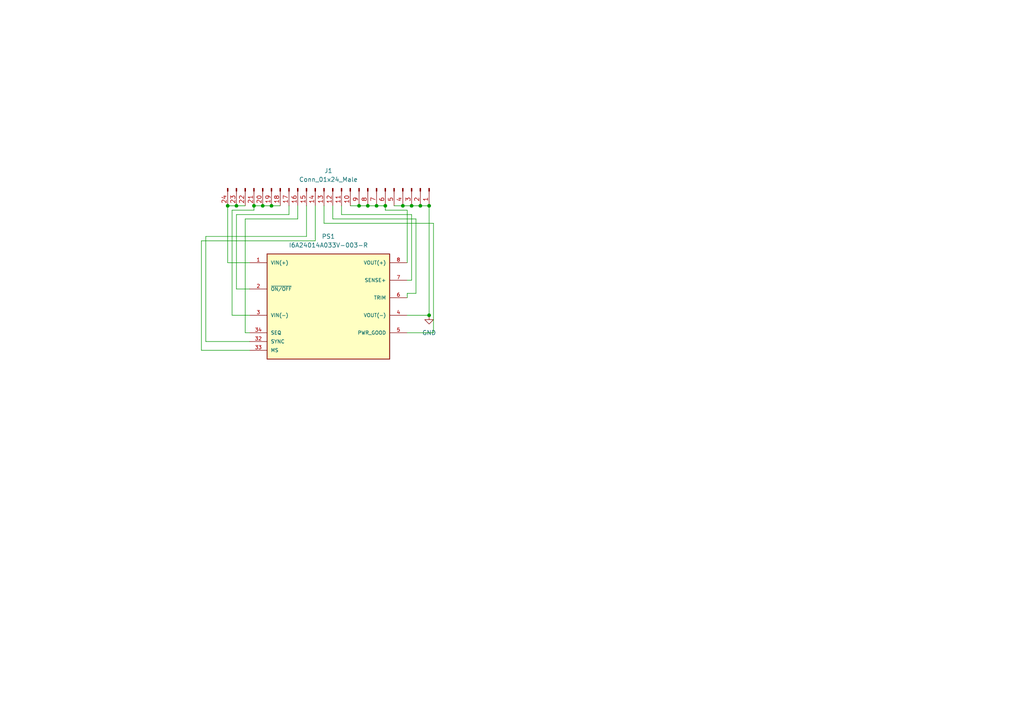
<source format=kicad_sch>
(kicad_sch (version 20211123) (generator eeschema)
  (paper "A4")
  (lib_symbols
    (symbol "Connector:Conn_01x24_Male" (pin_names (offset 1.016) hide)
      (property "Reference" "J" (at 0 30.48 0))
      (property "Value" "Conn_01x24_Male" (at 0 -33.02 0))
      (symbol "Conn_01x24_Male_1_1"
        (polyline (pts (xy 1.27 -30.48) (xy 0.8636 -30.48)) (stroke (width 0.1524)))
        (polyline (pts (xy 1.27 -27.94) (xy 0.8636 -27.94)) (stroke (width 0.1524)))
        (polyline (pts (xy 1.27 -25.4) (xy 0.8636 -25.4)) (stroke (width 0.1524)))
        (polyline (pts (xy 1.27 -22.86) (xy 0.8636 -22.86)) (stroke (width 0.1524)))
        (polyline (pts (xy 1.27 -20.32) (xy 0.8636 -20.32)) (stroke (width 0.1524)))
        (polyline (pts (xy 1.27 -17.78) (xy 0.8636 -17.78)) (stroke (width 0.1524)))
        (polyline (pts (xy 1.27 -15.24) (xy 0.8636 -15.24)) (stroke (width 0.1524)))
        (polyline (pts (xy 1.27 -12.7) (xy 0.8636 -12.7)) (stroke (width 0.1524)))
        (polyline (pts (xy 1.27 -10.16) (xy 0.8636 -10.16)) (stroke (width 0.1524)))
        (polyline (pts (xy 1.27 -7.62) (xy 0.8636 -7.62)) (stroke (width 0.1524)))
        (polyline (pts (xy 1.27 -5.08) (xy 0.8636 -5.08)) (stroke (width 0.1524)))
        (polyline (pts (xy 1.27 -2.54) (xy 0.8636 -2.54)) (stroke (width 0.1524)))
        (polyline (pts (xy 1.27 0) (xy 0.8636 0)) (stroke (width 0.1524)))
        (polyline (pts (xy 1.27 2.54) (xy 0.8636 2.54)) (stroke (width 0.1524)))
        (polyline (pts (xy 1.27 5.08) (xy 0.8636 5.08)) (stroke (width 0.1524)))
        (polyline (pts (xy 1.27 7.62) (xy 0.8636 7.62)) (stroke (width 0.1524)))
        (polyline (pts (xy 1.27 10.16) (xy 0.8636 10.16)) (stroke (width 0.1524)))
        (polyline (pts (xy 1.27 12.7) (xy 0.8636 12.7)) (stroke (width 0.1524)))
        (polyline (pts (xy 1.27 15.24) (xy 0.8636 15.24)) (stroke (width 0.1524)))
        (polyline (pts (xy 1.27 17.78) (xy 0.8636 17.78)) (stroke (width 0.1524)))
        (polyline (pts (xy 1.27 20.32) (xy 0.8636 20.32)) (stroke (width 0.1524)))
        (polyline (pts (xy 1.27 22.86) (xy 0.8636 22.86)) (stroke (width 0.1524)))
        (polyline (pts (xy 1.27 25.4) (xy 0.8636 25.4)) (stroke (width 0.1524)))
        (polyline (pts (xy 1.27 27.94) (xy 0.8636 27.94)) (stroke (width 0.1524)))
        (rectangle (start 0.8636 -30.353) (end 0 -30.607) (stroke (width 0.1524)) (fill (type outline)))
        (rectangle (start 0.8636 -27.813) (end 0 -28.067) (stroke (width 0.1524)) (fill (type outline)))
        (rectangle (start 0.8636 -25.273) (end 0 -25.527) (stroke (width 0.1524)) (fill (type outline)))
        (rectangle (start 0.8636 -22.733) (end 0 -22.987) (stroke (width 0.1524)) (fill (type outline)))
        (rectangle (start 0.8636 -20.193) (end 0 -20.447) (stroke (width 0.1524)) (fill (type outline)))
        (rectangle (start 0.8636 -17.653) (end 0 -17.907) (stroke (width 0.1524)) (fill (type outline)))
        (rectangle (start 0.8636 -15.113) (end 0 -15.367) (stroke (width 0.1524)) (fill (type outline)))
        (rectangle (start 0.8636 -12.573) (end 0 -12.827) (stroke (width 0.1524)) (fill (type outline)))
        (rectangle (start 0.8636 -10.033) (end 0 -10.287) (stroke (width 0.1524)) (fill (type outline)))
        (rectangle (start 0.8636 -7.493) (end 0 -7.747) (stroke (width 0.1524)) (fill (type outline)))
        (rectangle (start 0.8636 -4.953) (end 0 -5.207) (stroke (width 0.1524)) (fill (type outline)))
        (rectangle (start 0.8636 -2.413) (end 0 -2.667) (stroke (width 0.1524)) (fill (type outline)))
        (rectangle (start 0.8636 0.127) (end 0 -0.127) (stroke (width 0.1524)) (fill (type outline)))
        (rectangle (start 0.8636 2.667) (end 0 2.413) (stroke (width 0.1524)) (fill (type outline)))
        (rectangle (start 0.8636 5.207) (end 0 4.953) (stroke (width 0.1524)) (fill (type outline)))
        (rectangle (start 0.8636 7.747) (end 0 7.493) (stroke (width 0.1524)) (fill (type outline)))
        (rectangle (start 0.8636 10.287) (end 0 10.033) (stroke (width 0.1524)) (fill (type outline)))
        (rectangle (start 0.8636 12.827) (end 0 12.573) (stroke (width 0.1524)) (fill (type outline)))
        (rectangle (start 0.8636 15.367) (end 0 15.113) (stroke (width 0.1524)) (fill (type outline)))
        (rectangle (start 0.8636 17.907) (end 0 17.653) (stroke (width 0.1524)) (fill (type outline)))
        (rectangle (start 0.8636 20.447) (end 0 20.193) (stroke (width 0.1524)) (fill (type outline)))
        (rectangle (start 0.8636 22.987) (end 0 22.733) (stroke (width 0.1524)) (fill (type outline)))
        (rectangle (start 0.8636 25.527) (end 0 25.273) (stroke (width 0.1524)) (fill (type outline)))
        (rectangle (start 0.8636 28.067) (end 0 27.813) (stroke (width 0.1524)) (fill (type outline)))
        (pin passive line (at 5.08 27.94 180) (length 3.81) (name "Pin_1") (number "1"))
        (pin passive line (at 5.08 5.08 180) (length 3.81) (name "Pin_10") (number "10"))
        (pin passive line (at 5.08 2.54 180) (length 3.81) (name "Pin_11") (number "11"))
        (pin passive line (at 5.08 0 180) (length 3.81) (name "Pin_12") (number "12"))
        (pin passive line (at 5.08 -2.54 180) (length 3.81) (name "Pin_13") (number "13"))
        (pin passive line (at 5.08 -5.08 180) (length 3.81) (name "Pin_14") (number "14"))
        (pin passive line (at 5.08 -7.62 180) (length 3.81) (name "Pin_15") (number "15"))
        (pin passive line (at 5.08 -10.16 180) (length 3.81) (name "Pin_16") (number "16"))
        (pin passive line (at 5.08 -12.7 180) (length 3.81) (name "Pin_17") (number "17"))
        (pin passive line (at 5.08 -15.24 180) (length 3.81) (name "Pin_18") (number "18"))
        (pin passive line (at 5.08 -17.78 180) (length 3.81) (name "Pin_19") (number "19"))
        (pin passive line (at 5.08 25.4 180) (length 3.81) (name "Pin_2") (number "2"))
        (pin passive line (at 5.08 -20.32 180) (length 3.81) (name "Pin_20") (number "20"))
        (pin passive line (at 5.08 -22.86 180) (length 3.81) (name "Pin_21") (number "21"))
        (pin passive line (at 5.08 -25.4 180) (length 3.81) (name "Pin_22") (number "22"))
        (pin passive line (at 5.08 -27.94 180) (length 3.81) (name "Pin_23") (number "23"))
        (pin passive line (at 5.08 -30.48 180) (length 3.81) (name "Pin_24") (number "24"))
        (pin passive line (at 5.08 22.86 180) (length 3.81) (name "Pin_3") (number "3"))
        (pin passive line (at 5.08 20.32 180) (length 3.81) (name "Pin_4") (number "4"))
        (pin passive line (at 5.08 17.78 180) (length 3.81) (name "Pin_5") (number "5"))
        (pin passive line (at 5.08 15.24 180) (length 3.81) (name "Pin_6") (number "6"))
        (pin passive line (at 5.08 12.7 180) (length 3.81) (name "Pin_7") (number "7"))
        (pin passive line (at 5.08 10.16 180) (length 3.81) (name "Pin_8") (number "8"))
        (pin passive line (at 5.08 7.62 180) (length 3.81) (name "Pin_9") (number "9"))
      )
    )
    (symbol "I6A24014A033V-003-R:I6A24014A033V-003-R" (pin_names (offset 1.016))
      (property "Reference" "PS" (at -17.78 16.002 0))
      (property "Value" "I6A24014A033V-003-R" (at -17.78 -17.78 0))
      (symbol "I6A24014A033V-003-R_0_0"
        (rectangle (start -17.78 -15.24) (end 17.78 15.24) (stroke (width 0.254)) (fill (type background)))
        (pin input line (at -22.86 12.7 0) (length 5.08) (name "VIN(+)") (number "1"))
        (pin input line (at -22.86 5.08 0) (length 5.08) (name "~{ON/OFF}") (number "2"))
        (pin input line (at -22.86 -2.54 0) (length 5.08) (name "VIN(-)") (number "3"))
        (pin input line (at -22.86 -10.16 0) (length 5.08) (name "SYNC") (number "32"))
        (pin input line (at -22.86 -12.7 0) (length 5.08) (name "MS") (number "33"))
        (pin input line (at -22.86 -7.62 0) (length 5.08) (name "SEQ") (number "34"))
        (pin output line (at 22.86 -2.54 180) (length 5.08) (name "VOUT(-)") (number "4"))
        (pin output line (at 22.86 -7.62 180) (length 5.08) (name "PWR_GOOD") (number "5"))
        (pin passive line (at 22.86 2.54 180) (length 5.08) (name "TRIM") (number "6"))
        (pin input line (at 22.86 7.62 180) (length 5.08) (name "SENSE+") (number "7"))
        (pin output line (at 22.86 12.7 180) (length 5.08) (name "VOUT(+)") (number "8"))
      )
    )
    (symbol "power:GND" (power) (pin_names (offset 0))
      (property "Value" "GND" (at 0 -3.81 0))
      (symbol "GND_0_1"
        (polyline (pts (xy 0 0) (xy 0 -1.27) (xy 1.27 -1.27) (xy 0 -2.54) (xy -1.27 -1.27) (xy 0 -1.27)))
      )
      (symbol "GND_1_1"
        (pin power_in line (at 0 0 270) (length 0) hide (name "GND") (number "1"))
      )
    )
  )
  (junction (at 76.2 59.69))
  (junction (at 116.84 59.69))
  (junction (at 109.22 59.69))
  (junction (at 124.46 59.69))
  (junction (at 106.68 59.69))
  (junction (at 68.58 59.69))
  (junction (at 78.74 59.69))
  (junction (at 111.76 59.69))
  (junction (at 104.14 59.69))
  (junction (at 121.92 59.69))
  (junction (at 73.66 59.69))
  (junction (at 66.04 59.69))
  (junction (at 119.38 59.69))
  (junction (at 124.46 91.44))
  (wire (pts (xy 58.42 69.85) (xy 91.44 69.85)))
  (wire (pts (xy 118.11 85.09) (xy 120.65 85.09)))
  (wire (pts (xy 91.44 69.85) (xy 91.44 59.69)))
  (wire (pts (xy 111.76 60.96) (xy 111.76 59.69)))
  (wire (pts (xy 88.9 68.58) (xy 88.9 59.69)))
  (wire (pts (xy 72.39 83.82) (xy 68.58 83.82)))
  (wire (pts (xy 93.98 64.77) (xy 93.98 59.69)))
  (wire (pts (xy 114.3 59.69) (xy 116.84 59.69)))
  (wire (pts (xy 73.66 60.96) (xy 73.66 59.69)))
  (wire (pts (xy 67.31 60.96) (xy 73.66 60.96)))
  (wire (pts (xy 96.52 63.5) (xy 96.52 59.69)))
  (wire (pts (xy 68.58 62.23) (xy 83.82 62.23)))
  (wire (pts (xy 73.66 59.69) (xy 76.2 59.69)))
  (wire (pts (xy 72.39 91.44) (xy 67.31 91.44)))
  (wire (pts (xy 66.04 59.69) (xy 68.58 59.69)))
  (wire (pts (xy 116.84 59.69) (xy 119.38 59.69)))
  (wire (pts (xy 68.58 83.82) (xy 68.58 62.23)))
  (wire (pts (xy 72.39 96.52) (xy 71.12 96.52)))
  (wire (pts (xy 72.39 99.06) (xy 59.69 99.06)))
  (wire (pts (xy 83.82 59.69) (xy 83.82 62.23)))
  (wire (pts (xy 124.46 91.44) (xy 124.46 59.69)))
  (wire (pts (xy 59.69 68.58) (xy 88.9 68.58)))
  (wire (pts (xy 121.92 59.69) (xy 124.46 59.69)))
  (wire (pts (xy 118.11 60.96) (xy 111.76 60.96)))
  (wire (pts (xy 76.2 59.69) (xy 78.74 59.69)))
  (wire (pts (xy 118.11 76.2) (xy 118.11 60.96)))
  (wire (pts (xy 120.65 85.09) (xy 120.65 63.5)))
  (wire (pts (xy 101.6 59.69) (xy 104.14 59.69)))
  (wire (pts (xy 125.73 64.77) (xy 93.98 64.77)))
  (wire (pts (xy 104.14 59.69) (xy 106.68 59.69)))
  (wire (pts (xy 119.38 59.69) (xy 121.92 59.69)))
  (wire (pts (xy 66.04 76.2) (xy 66.04 59.69)))
  (wire (pts (xy 68.58 59.69) (xy 71.12 59.69)))
  (wire (pts (xy 118.11 86.36) (xy 118.11 85.09)))
  (wire (pts (xy 59.69 99.06) (xy 59.69 68.58)))
  (wire (pts (xy 118.11 96.52) (xy 125.73 96.52)))
  (wire (pts (xy 125.73 96.52) (xy 125.73 64.77)))
  (wire (pts (xy 118.11 81.28) (xy 119.38 81.28)))
  (wire (pts (xy 71.12 63.5) (xy 71.12 96.52)))
  (wire (pts (xy 71.12 63.5) (xy 86.36 63.5)))
  (wire (pts (xy 78.74 59.69) (xy 81.28 59.69)))
  (wire (pts (xy 118.11 91.44) (xy 124.46 91.44)))
  (wire (pts (xy 67.31 91.44) (xy 67.31 60.96)))
  (wire (pts (xy 99.06 62.23) (xy 99.06 59.69)))
  (wire (pts (xy 119.38 81.28) (xy 119.38 62.23)))
  (wire (pts (xy 72.39 76.2) (xy 66.04 76.2)))
  (wire (pts (xy 106.68 59.69) (xy 109.22 59.69)))
  (wire (pts (xy 72.39 101.6) (xy 58.42 101.6)))
  (wire (pts (xy 86.36 63.5) (xy 86.36 59.69)))
  (wire (pts (xy 58.42 101.6) (xy 58.42 69.85)))
  (wire (pts (xy 120.65 63.5) (xy 96.52 63.5)))
  (wire (pts (xy 119.38 62.23) (xy 99.06 62.23)))
  (wire (pts (xy 109.22 59.69) (xy 111.76 59.69)))
  (symbol (lib_id "I6A24014A033V-003-R:I6A24014A033V-003-R") (at 95.25 88.9 0) (unit 1)
    (property "Reference" "PS1" (at 95.25 68.58 0))
    (property "Value" "I6A24014A033V-003-R" (at 95.25 71.12 0))
    (property "Footprint" "CONV_I6A24014A033V-003-R" (effects hide))
    (property "MANUFACTURER" "TDK-Lambda" (effects hide))
    (property "PARTREV" "A2" (effects hide))
    (property "MAXIMUM_PACKAGE_HEIGHT" "12.1 mm" (effects hide))
    (property "STANDARD" "Manufacturer Recommendations" (effects hide))
  )
  (symbol (lib_id "power:GND") (at 124.46 91.44 0) (unit 1)
    (property "Reference" "#PWR?" (effects hide))
    (property "Value" "GND" (at 124.46 96.52 0))
  )
  (symbol (lib_id "Connector:Conn_01x24_Male") (at 96.52 54.61 270) (unit 1)
    (property "Reference" "J1" (at 95.25 49.53 90))
    (property "Value" "Conn_01x24_Male" (at 95.25 52.07 90))
    (property "Footprint" "Connector_PinSocket_2.54mm:PinSocket_1x24_P2.54mm_Vertical" (effects hide))
  )
)
</source>
